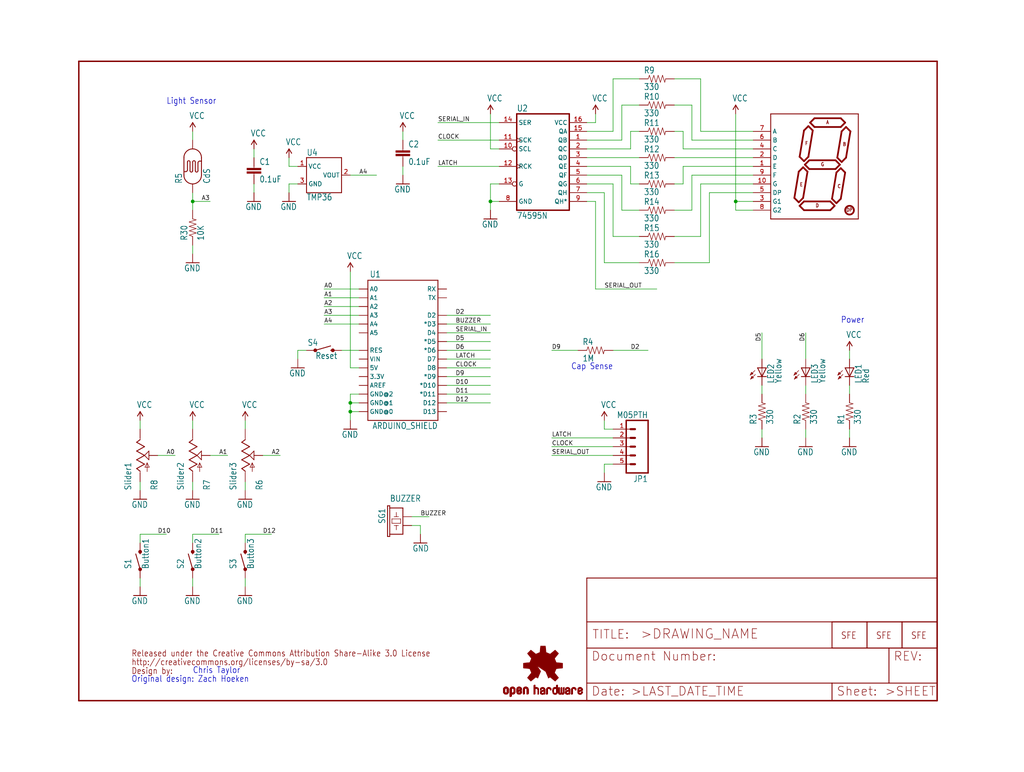
<source format=kicad_sch>
(kicad_sch (version 20211123) (generator eeschema)
  (paper "User" 297.002 223.926)
  (lib_symbols
    (symbol "schematicEagle-eagle-import:7-SEGMENT-DISPLAY-1{dblquote}-RED"
      (symbol "7-SEGMENT-DISPLAY-1{dblquote}-RED_1_0"
        (text "A" (at 0.762 12.192 0) (effects (font (size 1.016 0.8636) (thickness 0.1727) bold) (justify left bottom)))
        (text "B" (at 5.588 5.842 0) (effects (font (size 1.016 0.8636) (thickness 0.1727) bold) (justify left bottom)))
        (text "C" (at 4.064 -6.35 0) (effects (font (size 1.016 0.8636) (thickness 0.1727) bold) (justify left bottom)))
        (text "D" (at -2.286 -11.938 0) (effects (font (size 1.016 0.8636) (thickness 0.1727) bold) (justify left bottom)))
        (text "DP" (at 6.604 -13.208 0) (effects (font (size 1.016 0.8636) (thickness 0.1727) bold) (justify left bottom)))
        (text "E" (at -6.858 -5.842 0) (effects (font (size 1.016 0.8636) (thickness 0.1727) bold) (justify left bottom)))
        (text "F" (at -5.334 6.096 0) (effects (font (size 1.016 0.8636) (thickness 0.1727) bold) (justify left bottom)))
        (text "G" (at -0.762 0 0) (effects (font (size 1.016 0.8636) (thickness 0.1727) bold) (justify left bottom)))
        (pin bidirectional line (at -20.32 0 0) (length 5.08) (name "E") (number "1"))
        (pin bidirectional line (at -20.32 -5.08 0) (length 5.08) (name "G") (number "10"))
        (pin bidirectional line (at -20.32 2.54 0) (length 5.08) (name "D") (number "2"))
        (pin bidirectional line (at -20.32 -10.16 0) (length 5.08) (name "G1") (number "3"))
        (pin bidirectional line (at -20.32 5.08 0) (length 5.08) (name "C") (number "4"))
        (pin bidirectional line (at -20.32 -7.62 0) (length 5.08) (name "DP") (number "5"))
        (pin bidirectional line (at -20.32 7.62 0) (length 5.08) (name "B") (number "6"))
        (pin bidirectional line (at -20.32 10.16 0) (length 5.08) (name "A") (number "7"))
        (pin bidirectional line (at -20.32 -12.7 0) (length 5.08) (name "G2") (number "8"))
        (pin bidirectional line (at -20.32 -2.54 0) (length 5.08) (name "F") (number "9"))
      )
    )
    (symbol "schematicEagle-eagle-import:74595N"
      (property "Reference" "IC" (at -5.08 13.335 0))
      (property "Value" "74595N" (at -5.08 -17.78 0))
      (symbol "74595N_1_0"
        (pin tri_state line (at 15.24 5.08 180) (length 5.08) (name "QB") (number "1"))
        (pin input inverted (at -10.16 2.54 0) (length 5.08) (name "SCL") (number "10"))
        (pin input clock (at -10.16 5.08 0) (length 5.08) (name "SCK") (number "11"))
        (pin input clock (at -10.16 -2.54 0) (length 5.08) (name "RCK") (number "12"))
        (pin input inverted (at -10.16 -7.62 0) (length 5.08) (name "G") (number "13"))
        (pin input line (at -10.16 10.16 0) (length 5.08) (name "SER") (number "14"))
        (pin tri_state line (at 15.24 7.62 180) (length 5.08) (name "QA") (number "15"))
        (pin power_in line (at 15.24 10.16 180) (length 5.08) (name "VCC") (number "16"))
        (pin tri_state line (at 15.24 2.54 180) (length 5.08) (name "QC") (number "2"))
        (pin tri_state line (at 15.24 0 180) (length 5.08) (name "QD") (number "3"))
        (pin tri_state line (at 15.24 -2.54 180) (length 5.08) (name "QE") (number "4"))
        (pin tri_state line (at 15.24 -5.08 180) (length 5.08) (name "QF") (number "5"))
        (pin tri_state line (at 15.24 -7.62 180) (length 5.08) (name "QG") (number "6"))
        (pin tri_state line (at 15.24 -10.16 180) (length 5.08) (name "QH") (number "7"))
        (pin power_in line (at -10.16 -12.7 0) (length 5.08) (name "GND") (number "8"))
        (pin tri_state line (at 15.24 -12.7 180) (length 5.08) (name "QH*") (number "9"))
      )
    )
    (symbol "schematicEagle-eagle-import:ARDUINO_SHIELDNO_SILK"
      (property "Reference" "U" (at -9.652 21.082 0))
      (property "Value" "ARDUINO_SHIELDNO_SILK" (at -8.89 -22.86 0))
      (symbol "ARDUINO_SHIELDNO_SILK_1_0"
        (pin bidirectional line (at -12.7 -7.62 0) (length 2.54) (name "3.3V") (number "3.3V"))
        (pin bidirectional line (at -12.7 -5.08 0) (length 2.54) (name "5V") (number "5V"))
        (pin bidirectional line (at -12.7 17.78 0) (length 2.54) (name "A0") (number "A0"))
        (pin bidirectional line (at -12.7 15.24 0) (length 2.54) (name "A1") (number "A1"))
        (pin bidirectional line (at -12.7 12.7 0) (length 2.54) (name "A2") (number "A2"))
        (pin bidirectional line (at -12.7 10.16 0) (length 2.54) (name "A3") (number "A3"))
        (pin bidirectional line (at -12.7 7.62 0) (length 2.54) (name "A4") (number "A4"))
        (pin bidirectional line (at -12.7 5.08 0) (length 2.54) (name "A5") (number "A5"))
        (pin bidirectional line (at -12.7 -10.16 0) (length 2.54) (name "AREF") (number "AREF"))
        (pin bidirectional line (at 12.7 -10.16 180) (length 2.54) (name "*D10") (number "D10"))
        (pin bidirectional line (at 12.7 -12.7 180) (length 2.54) (name "*D11") (number "D11"))
        (pin bidirectional line (at 12.7 -15.24 180) (length 2.54) (name "D12") (number "D12"))
        (pin bidirectional line (at 12.7 -17.78 180) (length 2.54) (name "D13") (number "D13"))
        (pin bidirectional line (at 12.7 10.16 180) (length 2.54) (name "D2") (number "D2"))
        (pin bidirectional line (at 12.7 7.62 180) (length 2.54) (name "*D3") (number "D3"))
        (pin bidirectional line (at 12.7 5.08 180) (length 2.54) (name "D4") (number "D4"))
        (pin bidirectional line (at 12.7 2.54 180) (length 2.54) (name "*D5") (number "D5"))
        (pin bidirectional line (at 12.7 0 180) (length 2.54) (name "*D6") (number "D6"))
        (pin bidirectional line (at 12.7 -2.54 180) (length 2.54) (name "D7") (number "D7"))
        (pin bidirectional line (at 12.7 -5.08 180) (length 2.54) (name "D8") (number "D8"))
        (pin bidirectional line (at 12.7 -7.62 180) (length 2.54) (name "*D9") (number "D9"))
        (pin bidirectional line (at -12.7 -17.78 0) (length 2.54) (name "GND@0") (number "GND@0"))
        (pin bidirectional line (at -12.7 -15.24 0) (length 2.54) (name "GND@1") (number "GND@1"))
        (pin bidirectional line (at -12.7 -12.7 0) (length 2.54) (name "GND@2") (number "GND@2"))
        (pin bidirectional line (at -12.7 0 0) (length 2.54) (name "RES") (number "RES"))
        (pin bidirectional line (at 12.7 17.78 180) (length 2.54) (name "RX") (number "RX"))
        (pin bidirectional line (at 12.7 15.24 180) (length 2.54) (name "TX") (number "TX"))
        (pin bidirectional line (at -12.7 -2.54 0) (length 2.54) (name "VIN") (number "VIN"))
      )
    )
    (symbol "schematicEagle-eagle-import:BUZZERPTH"
      (property "Reference" "SG" (at -2.54 5.08 0))
      (property "Value" "BUZZERPTH" (at 6.35 0 0))
      (symbol "BUZZERPTH_1_0"
        (pin passive line (at 0 -2.54 90) (length 2.54) (name "1") (number "+"))
        (pin passive line (at 2.54 -2.54 90) (length 2.54) (name "2") (number "-"))
      )
    )
    (symbol "schematicEagle-eagle-import:CAPPTH2"
      (property "Reference" "C" (at 1.524 2.921 0))
      (property "Value" "CAPPTH2" (at 1.524 -2.159 0))
      (symbol "CAPPTH2_1_0"
        (pin passive line (at 0 5.08 270) (length 2.54) (name "1") (number "1"))
        (pin passive line (at 0 -2.54 90) (length 2.54) (name "2") (number "2"))
      )
    )
    (symbol "schematicEagle-eagle-import:CREATIVE_COMMONS"
      (symbol "CREATIVE_COMMONS_1_0"
        (text "Design by:" (at 0 0 0) (effects (font (size 1.778 1.5113)) (justify left bottom)))
        (text "http://creativecommons.org/licenses/by-sa/3.0" (at 0 2.54 0) (effects (font (size 1.778 1.5113)) (justify left bottom)))
        (text "Released under the Creative Commons Attribution Share-Alike 3.0 License" (at 0 5.08 0) (effects (font (size 1.778 1.5113)) (justify left bottom)))
      )
    )
    (symbol "schematicEagle-eagle-import:FRAME-LETTER"
      (symbol "FRAME-LETTER_2_0"
        (text ">DRAWING_NAME" (at 15.494 17.78 0) (effects (font (size 2.7432 2.7432)) (justify left bottom)))
        (text ">LAST_DATE_TIME" (at 12.7 1.27 0) (effects (font (size 2.54 2.54)) (justify left bottom)))
        (text ">SHEET" (at 86.36 1.27 0) (effects (font (size 2.54 2.54)) (justify left bottom)))
        (text "Date:" (at 1.27 1.27 0) (effects (font (size 2.54 2.54)) (justify left bottom)))
        (text "Document Number:" (at 1.27 11.43 0) (effects (font (size 2.54 2.54)) (justify left bottom)))
        (text "REV:" (at 88.9 11.43 0) (effects (font (size 2.54 2.54)) (justify left bottom)))
        (text "Sheet:" (at 72.39 1.27 0) (effects (font (size 2.54 2.54)) (justify left bottom)))
        (text "TITLE:" (at 1.524 17.78 0) (effects (font (size 2.54 2.54)) (justify left bottom)))
      )
    )
    (symbol "schematicEagle-eagle-import:GND" (power)
      (property "Value" "GND" (at -2.54 -2.54 0))
      (symbol "GND_1_0"
        (pin power_in line (at 0 2.54 270) (length 2.54) (name "GND") (number "1"))
      )
    )
    (symbol "schematicEagle-eagle-import:LED5MM"
      (property "Reference" "LED" (at 3.556 -4.572 90))
      (property "Value" "LED5MM" (at 5.715 -4.572 90))
      (symbol "LED5MM_1_0"
        (pin passive line (at 0 2.54 270) (length 2.54) (name "A") (number "A"))
        (pin passive line (at 0 -5.08 90) (length 2.54) (name "C") (number "K"))
      )
    )
    (symbol "schematicEagle-eagle-import:LOGO-SFENEW"
      (symbol "LOGO-SFENEW_1_0"
        (text "SFE" (at 0 0 0) (effects (font (size 1.9304 1.6408)) (justify left bottom)))
      )
    )
    (symbol "schematicEagle-eagle-import:LOGO-SFESK"
      (symbol "LOGO-SFESK_1_0"
        (text "SFE" (at 0 0 0) (effects (font (size 1.9304 1.6408)) (justify left bottom)))
      )
    )
    (symbol "schematicEagle-eagle-import:M05PTH"
      (property "Reference" "JP" (at -2.54 8.382 0))
      (property "Value" "M05PTH" (at -2.54 -10.16 0))
      (symbol "M05PTH_1_0"
        (pin passive line (at 7.62 -5.08 180) (length 5.08) (name "1") (number "1"))
        (pin passive line (at 7.62 -2.54 180) (length 5.08) (name "2") (number "2"))
        (pin passive line (at 7.62 0 180) (length 5.08) (name "3") (number "3"))
        (pin passive line (at 7.62 2.54 180) (length 5.08) (name "4") (number "4"))
        (pin passive line (at 7.62 5.08 180) (length 5.08) (name "5") (number "5"))
      )
    )
    (symbol "schematicEagle-eagle-import:OSHW-LOGOM")
    (symbol "schematicEagle-eagle-import:PHOTOCELLPTH"
      (property "Reference" "R" (at -5.08 3.048 0))
      (property "Value" "PHOTOCELLPTH" (at -5.08 -5.08 0))
      (symbol "PHOTOCELLPTH_1_0"
        (pin bidirectional line (at -7.62 0 0) (length 2.54) (name "P$1") (number "1"))
        (pin bidirectional line (at 7.62 0 180) (length 2.54) (name "P$2") (number "2"))
      )
    )
    (symbol "schematicEagle-eagle-import:RESISTORAXIAL-0.3"
      (property "Reference" "R" (at -3.81 1.4986 0))
      (property "Value" "RESISTORAXIAL-0.3" (at -3.81 -3.302 0))
      (symbol "RESISTORAXIAL-0.3_1_0"
        (pin passive line (at -5.08 0 0) (length 2.54) (name "1") (number "P$1"))
        (pin passive line (at 5.08 0 180) (length 2.54) (name "2") (number "P$2"))
      )
    )
    (symbol "schematicEagle-eagle-import:SLIDER"
      (property "Value" "SLIDER" (at -2.54 -10.16 90))
      (symbol "SLIDER_1_0"
        (pin passive line (at 0 7.62 270) (length 2.54) (name "E") (number "1"))
        (pin passive line (at 5.08 0 180) (length 2.54) (name "S") (number "2A"))
        (pin passive line (at 0 -7.62 90) (length 2.54) (name "A") (number "3"))
      )
    )
    (symbol "schematicEagle-eagle-import:SWITCH-MOMENTARY-212MM"
      (property "Reference" "S" (at -2.54 2.54 0))
      (property "Value" "SWITCH-MOMENTARY-212MM" (at -2.54 -2.54 0))
      (symbol "SWITCH-MOMENTARY-212MM_1_0"
        (pin passive line (at -5.08 0 0) (length 2.54) (name "1") (number "1"))
        (pin passive line (at 5.08 0 180) (length 2.54) (name "2") (number "3"))
      )
    )
    (symbol "schematicEagle-eagle-import:SWITCH-MOMENTARY-2PTH"
      (property "Reference" "S" (at -2.54 2.54 0))
      (property "Value" "SWITCH-MOMENTARY-2PTH" (at -2.54 -2.54 0))
      (symbol "SWITCH-MOMENTARY-2PTH_1_0"
        (pin passive line (at -5.08 0 0) (length 2.54) (name "1") (number "1"))
        (pin passive line (at 5.08 0 180) (length 2.54) (name "2") (number "3"))
      )
    )
    (symbol "schematicEagle-eagle-import:TMP36GT9"
      (property "Reference" "U" (at -5.08 5.588 0))
      (property "Value" "TMP36GT9" (at -5.08 -7.366 0))
      (symbol "TMP36GT9_1_0"
        (pin bidirectional line (at -7.62 2.54 0) (length 2.54) (name "VCC") (number "1"))
        (pin bidirectional line (at 7.62 0 180) (length 2.54) (name "VOUT") (number "2"))
        (pin bidirectional line (at -7.62 -2.54 0) (length 2.54) (name "GND") (number "3"))
      )
    )
    (symbol "schematicEagle-eagle-import:VCC" (power)
      (property "Value" "VCC" (at -1.016 3.556 0))
      (symbol "VCC_1_0"
        (pin power_in line (at 0 0 90) (length 2.54) (name "VCC") (number "1"))
      )
    )
  )
  (junction (at 142.24 58.42))
  (junction (at 55.88 58.42))
  (junction (at 213.36 58.42))
  (junction (at 101.6 116.84))
  (junction (at 101.6 119.38))
  (wire (pts (xy 233.68 127) (xy 233.68 124.46)))
  (wire (pts (xy 73.66 53.34) (xy 73.66 55.88)))
  (wire (pts (xy 129.54 99.06) (xy 142.24 99.06)))
  (wire (pts (xy 71.12 167.64) (xy 71.12 170.18)))
  (wire (pts (xy 246.38 114.3) (xy 246.38 111.76)))
  (wire (pts (xy 218.44 60.96) (xy 213.36 60.96)))
  (wire (pts (xy 144.78 58.42) (xy 142.24 58.42)))
  (wire (pts (xy 180.34 60.96) (xy 185.42 60.96)))
  (wire (pts (xy 142.24 53.34) (xy 142.24 58.42)))
  (wire (pts (xy 213.36 58.42) (xy 213.36 33.02)))
  (wire (pts (xy 40.64 124.46) (xy 40.64 121.92)))
  (wire (pts (xy 220.98 127) (xy 220.98 124.46)))
  (wire (pts (xy 71.12 154.94) (xy 78.74 154.94)))
  (wire (pts (xy 104.14 106.68) (xy 101.6 106.68)))
  (wire (pts (xy 83.82 48.26) (xy 83.82 45.72)))
  (wire (pts (xy 116.84 48.26) (xy 116.84 50.8)))
  (wire (pts (xy 71.12 124.46) (xy 71.12 121.92)))
  (wire (pts (xy 177.8 68.58) (xy 185.42 68.58)))
  (wire (pts (xy 198.12 53.34) (xy 195.58 53.34)))
  (wire (pts (xy 55.88 167.64) (xy 55.88 170.18)))
  (wire (pts (xy 177.8 38.1) (xy 177.8 22.86)))
  (wire (pts (xy 172.72 58.42) (xy 172.72 83.82)))
  (wire (pts (xy 129.54 109.22) (xy 142.24 109.22)))
  (wire (pts (xy 233.68 111.76) (xy 233.68 114.3)))
  (wire (pts (xy 40.64 167.64) (xy 40.64 170.18)))
  (wire (pts (xy 177.8 124.46) (xy 175.26 124.46)))
  (wire (pts (xy 170.18 55.88) (xy 175.26 55.88)))
  (wire (pts (xy 86.36 48.26) (xy 83.82 48.26)))
  (wire (pts (xy 218.44 48.26) (xy 198.12 48.26)))
  (wire (pts (xy 200.66 30.48) (xy 195.58 30.48)))
  (wire (pts (xy 55.88 58.42) (xy 55.88 55.88)))
  (wire (pts (xy 83.82 53.34) (xy 86.36 53.34)))
  (wire (pts (xy 104.14 119.38) (xy 101.6 119.38)))
  (wire (pts (xy 104.14 116.84) (xy 101.6 116.84)))
  (wire (pts (xy 40.64 142.24) (xy 40.64 139.7)))
  (wire (pts (xy 144.78 48.26) (xy 127 48.26)))
  (wire (pts (xy 175.26 137.16) (xy 175.26 134.62)))
  (wire (pts (xy 175.26 134.62) (xy 177.8 134.62)))
  (wire (pts (xy 55.88 154.94) (xy 63.5 154.94)))
  (wire (pts (xy 172.72 35.56) (xy 172.72 33.02)))
  (wire (pts (xy 177.8 132.08) (xy 160.02 132.08)))
  (wire (pts (xy 180.34 50.8) (xy 180.34 60.96)))
  (wire (pts (xy 170.18 53.34) (xy 177.8 53.34)))
  (wire (pts (xy 203.2 53.34) (xy 203.2 68.58)))
  (wire (pts (xy 129.54 106.68) (xy 142.24 106.68)))
  (wire (pts (xy 233.68 104.14) (xy 233.68 96.52)))
  (wire (pts (xy 182.88 38.1) (xy 185.42 38.1)))
  (wire (pts (xy 73.66 43.18) (xy 73.66 45.72)))
  (wire (pts (xy 172.72 83.82) (xy 190.5 83.82)))
  (wire (pts (xy 218.44 55.88) (xy 205.74 55.88)))
  (wire (pts (xy 200.66 60.96) (xy 195.58 60.96)))
  (wire (pts (xy 55.88 124.46) (xy 55.88 121.92)))
  (wire (pts (xy 142.24 58.42) (xy 142.24 60.96)))
  (wire (pts (xy 104.14 86.36) (xy 93.98 86.36)))
  (wire (pts (xy 129.54 96.52) (xy 142.24 96.52)))
  (wire (pts (xy 71.12 154.94) (xy 71.12 157.48)))
  (wire (pts (xy 55.88 38.1) (xy 55.88 40.64)))
  (wire (pts (xy 170.18 45.72) (xy 185.42 45.72)))
  (wire (pts (xy 246.38 127) (xy 246.38 124.46)))
  (wire (pts (xy 142.24 43.18) (xy 142.24 33.02)))
  (wire (pts (xy 170.18 48.26) (xy 182.88 48.26)))
  (wire (pts (xy 170.18 35.56) (xy 172.72 35.56)))
  (wire (pts (xy 187.96 101.6) (xy 177.8 101.6)))
  (wire (pts (xy 55.88 73.66) (xy 55.88 71.12)))
  (wire (pts (xy 40.64 154.94) (xy 48.26 154.94)))
  (wire (pts (xy 213.36 60.96) (xy 213.36 58.42)))
  (wire (pts (xy 246.38 101.6) (xy 246.38 104.14)))
  (wire (pts (xy 203.2 38.1) (xy 203.2 22.86)))
  (wire (pts (xy 121.92 152.4) (xy 121.92 154.94)))
  (wire (pts (xy 175.26 124.46) (xy 175.26 121.92)))
  (wire (pts (xy 180.34 30.48) (xy 185.42 30.48)))
  (wire (pts (xy 104.14 93.98) (xy 93.98 93.98)))
  (wire (pts (xy 104.14 83.82) (xy 93.98 83.82)))
  (wire (pts (xy 170.18 38.1) (xy 177.8 38.1)))
  (wire (pts (xy 83.82 55.88) (xy 83.82 53.34)))
  (wire (pts (xy 129.54 104.14) (xy 142.24 104.14)))
  (wire (pts (xy 88.9 101.6) (xy 86.36 101.6)))
  (wire (pts (xy 170.18 43.18) (xy 182.88 43.18)))
  (wire (pts (xy 101.6 106.68) (xy 101.6 78.74)))
  (wire (pts (xy 55.88 154.94) (xy 55.88 157.48)))
  (wire (pts (xy 198.12 48.26) (xy 198.12 53.34)))
  (wire (pts (xy 205.74 55.88) (xy 205.74 76.2)))
  (wire (pts (xy 104.14 88.9) (xy 93.98 88.9)))
  (wire (pts (xy 101.6 114.3) (xy 101.6 116.84)))
  (wire (pts (xy 76.2 132.08) (xy 81.28 132.08)))
  (wire (pts (xy 218.44 40.64) (xy 200.66 40.64)))
  (wire (pts (xy 218.44 43.18) (xy 198.12 43.18)))
  (wire (pts (xy 129.54 101.6) (xy 142.24 101.6)))
  (wire (pts (xy 55.88 142.24) (xy 55.88 139.7)))
  (wire (pts (xy 144.78 40.64) (xy 127 40.64)))
  (wire (pts (xy 119.38 149.86) (xy 124.46 149.86)))
  (wire (pts (xy 116.84 38.1) (xy 116.84 40.64)))
  (wire (pts (xy 182.88 43.18) (xy 182.88 38.1)))
  (wire (pts (xy 170.18 40.64) (xy 180.34 40.64)))
  (wire (pts (xy 170.18 58.42) (xy 172.72 58.42)))
  (wire (pts (xy 198.12 38.1) (xy 195.58 38.1)))
  (wire (pts (xy 218.44 45.72) (xy 195.58 45.72)))
  (wire (pts (xy 144.78 43.18) (xy 142.24 43.18)))
  (wire (pts (xy 175.26 55.88) (xy 175.26 76.2)))
  (wire (pts (xy 55.88 58.42) (xy 60.96 58.42)))
  (wire (pts (xy 40.64 154.94) (xy 40.64 157.48)))
  (wire (pts (xy 177.8 53.34) (xy 177.8 68.58)))
  (wire (pts (xy 167.64 101.6) (xy 160.02 101.6)))
  (wire (pts (xy 101.6 119.38) (xy 101.6 121.92)))
  (wire (pts (xy 144.78 35.56) (xy 127 35.56)))
  (wire (pts (xy 129.54 116.84) (xy 142.24 116.84)))
  (wire (pts (xy 101.6 116.84) (xy 101.6 119.38)))
  (wire (pts (xy 218.44 53.34) (xy 203.2 53.34)))
  (wire (pts (xy 86.36 101.6) (xy 86.36 104.14)))
  (wire (pts (xy 144.78 53.34) (xy 142.24 53.34)))
  (wire (pts (xy 104.14 101.6) (xy 99.06 101.6)))
  (wire (pts (xy 220.98 114.3) (xy 220.98 111.76)))
  (wire (pts (xy 200.66 50.8) (xy 200.66 60.96)))
  (wire (pts (xy 177.8 127) (xy 160.02 127)))
  (wire (pts (xy 129.54 93.98) (xy 142.24 93.98)))
  (wire (pts (xy 60.96 132.08) (xy 66.04 132.08)))
  (wire (pts (xy 218.44 38.1) (xy 203.2 38.1)))
  (wire (pts (xy 170.18 50.8) (xy 180.34 50.8)))
  (wire (pts (xy 45.72 132.08) (xy 50.8 132.08)))
  (wire (pts (xy 218.44 50.8) (xy 200.66 50.8)))
  (wire (pts (xy 129.54 111.76) (xy 142.24 111.76)))
  (wire (pts (xy 177.8 22.86) (xy 185.42 22.86)))
  (wire (pts (xy 129.54 114.3) (xy 142.24 114.3)))
  (wire (pts (xy 198.12 43.18) (xy 198.12 38.1)))
  (wire (pts (xy 205.74 76.2) (xy 195.58 76.2)))
  (wire (pts (xy 55.88 60.96) (xy 55.88 58.42)))
  (wire (pts (xy 71.12 142.24) (xy 71.12 139.7)))
  (wire (pts (xy 203.2 22.86) (xy 195.58 22.86)))
  (wire (pts (xy 101.6 50.8) (xy 109.22 50.8)))
  (wire (pts (xy 182.88 48.26) (xy 182.88 53.34)))
  (wire (pts (xy 218.44 58.42) (xy 213.36 58.42)))
  (wire (pts (xy 104.14 91.44) (xy 93.98 91.44)))
  (wire (pts (xy 220.98 104.14) (xy 220.98 96.52)))
  (wire (pts (xy 180.34 40.64) (xy 180.34 30.48)))
  (wire (pts (xy 200.66 40.64) (xy 200.66 30.48)))
  (wire (pts (xy 129.54 91.44) (xy 142.24 91.44)))
  (wire (pts (xy 119.38 152.4) (xy 121.92 152.4)))
  (wire (pts (xy 175.26 76.2) (xy 185.42 76.2)))
  (wire (pts (xy 182.88 53.34) (xy 185.42 53.34)))
  (wire (pts (xy 177.8 129.54) (xy 160.02 129.54)))
  (wire (pts (xy 104.14 114.3) (xy 101.6 114.3)))
  (wire (pts (xy 203.2 68.58) (xy 195.58 68.58)))
  (text "Power" (at 243.84 93.98 180) (effects (font (size 1.778 1.5113)) (justify left bottom)))
  (text "Cap Sense" (at 165.608 107.442 180) (effects (font (size 1.778 1.5113)) (justify left bottom)))
  (text "Light Sensor" (at 48.26 30.48 180) (effects (font (size 1.778 1.5113)) (justify left bottom)))
  (text "Chris Taylor" (at 55.88 195.58 180) (effects (font (size 1.778 1.5113)) (justify left bottom)))
  (text "Original design: Zach Hoeken" (at 38.1 198.12 180) (effects (font (size 1.778 1.5113)) (justify left bottom)))
  (label "CLOCK" (at 127 40.64 0) (effects (font (size 1.2446 1.2446))))
  (label "CLOCK" (at 132.08 106.68 0) (effects (font (size 1.2446 1.2446))))
  (label "A2" (at 78.74 132.08 0) (effects (font (size 1.2446 1.2446))))
  (label "SERIAL_OUT" (at 175.26 83.82 0) (effects (font (size 1.2446 1.2446))))
  (label "A1" (at 93.98 86.36 0) (effects (font (size 1.2446 1.2446))))
  (label "SERIAL_IN" (at 127 35.56 0) (effects (font (size 1.2446 1.2446))))
  (label "LATCH" (at 132.08 104.14 0) (effects (font (size 1.2446 1.2446))))
  (label "SERIAL_IN" (at 132.08 96.52 0) (effects (font (size 1.2446 1.2446))))
  (label "A3" (at 58.42 58.42 0) (effects (font (size 1.2446 1.2446))))
  (label "D10" (at 132.08 111.76 0) (effects (font (size 1.2446 1.2446))))
  (label "D2" (at 182.88 101.6 0) (effects (font (size 1.2446 1.2446))))
  (label "D11" (at 132.08 114.3 0) (effects (font (size 1.2446 1.2446))))
  (label "BUZZER" (at 132.08 93.98 0) (effects (font (size 1.2446 1.2446))))
  (label "A4" (at 104.14 50.8 0) (effects (font (size 1.2446 1.2446))))
  (label "A0" (at 48.26 132.08 0) (effects (font (size 1.2446 1.2446))))
  (label "D5" (at 132.08 99.06 0) (effects (font (size 1.2446 1.2446))))
  (label "D12" (at 132.08 116.84 0) (effects (font (size 1.2446 1.2446))))
  (label "A0" (at 93.98 83.82 0) (effects (font (size 1.2446 1.2446))))
  (label "D9" (at 132.08 109.22 0) (effects (font (size 1.2446 1.2446))))
  (label "D6" (at 233.68 99.06 90) (effects (font (size 1.2446 1.2446))))
  (label "A4" (at 93.98 93.98 0) (effects (font (size 1.2446 1.2446))))
  (label "D11" (at 60.96 154.94 0) (effects (font (size 1.2446 1.2446))))
  (label "D6" (at 132.08 101.6 0) (effects (font (size 1.2446 1.2446))))
  (label "LATCH" (at 127 48.26 0) (effects (font (size 1.2446 1.2446))))
  (label "D12" (at 76.2 154.94 0) (effects (font (size 1.2446 1.2446))))
  (label "A1" (at 63.5 132.08 0) (effects (font (size 1.2446 1.2446))))
  (label "SERIAL_OUT" (at 160.02 132.08 0) (effects (font (size 1.2446 1.2446))))
  (label "CLOCK" (at 160.02 129.54 0) (effects (font (size 1.2446 1.2446))))
  (label "D10" (at 45.72 154.94 0) (effects (font (size 1.2446 1.2446))))
  (label "D5" (at 220.98 99.06 90) (effects (font (size 1.2446 1.2446))))
  (label "LATCH" (at 160.02 127 0) (effects (font (size 1.2446 1.2446))))
  (label "A3" (at 93.98 91.44 0) (effects (font (size 1.2446 1.2446))))
  (label "D9" (at 160.02 101.6 0) (effects (font (size 1.2446 1.2446))))
  (label "D2" (at 132.08 91.44 0) (effects (font (size 1.2446 1.2446))))
  (label "BUZZER" (at 121.92 149.86 0) (effects (font (size 1.2446 1.2446))))
  (label "A2" (at 93.98 88.9 0) (effects (font (size 1.2446 1.2446))))
  (symbol (lib_id "schematicEagle-eagle-import:RESISTORAXIAL-0.3") (at 233.68 119.38 90) (unit 1)
    (property "Reference" "R2" (at 232.1814 123.19 0) (effects (font (size 1.778 1.5113)) (justify left bottom)))
    (property "Value" "330" (at 236.982 123.19 0) (effects (font (size 1.778 1.5113)) (justify left bottom)))
    (property "Footprint" "schematicEagle:AXIAL-0.3" (effects hide))
  )
  (symbol (lib_id "schematicEagle-eagle-import:RESISTORAXIAL-0.3") (at 190.5 53.34 0) (unit 1)
    (property "Reference" "R13" (at 186.69 51.8414 0) (effects (font (size 1.778 1.5113)) (justify left bottom)))
    (property "Value" "330" (at 186.69 56.642 0) (effects (font (size 1.778 1.5113)) (justify left bottom)))
    (property "Footprint" "schematicEagle:AXIAL-0.3" (effects hide))
  )
  (symbol (lib_id "schematicEagle-eagle-import:GND") (at 175.26 139.7 0) (unit 1)
    (property "Reference" "#GND11" (effects hide))
    (property "Value" "GND" (at 172.72 142.24 0) (effects (font (size 1.778 1.5113)) (justify left bottom)))
    (property "Footprint" "schematicEagle:" (effects hide))
  )
  (symbol (lib_id "schematicEagle-eagle-import:ARDUINO_SHIELDNO_SILK") (at 116.84 101.6 0) (unit 1)
    (property "Reference" "U1" (at 107.188 80.518 0) (effects (font (size 1.778 1.5113)) (justify left bottom)))
    (property "Value" "ARDUINO_SHIELD" (at 107.95 124.46 0) (effects (font (size 1.778 1.5113)) (justify left bottom)))
    (property "Footprint" "schematicEagle:DUEMILANOVE_VIAS" (effects hide))
  )
  (symbol (lib_id "schematicEagle-eagle-import:VCC") (at 71.12 121.92 0) (unit 1)
    (property "Reference" "#P+1" (effects hide))
    (property "Value" "VCC" (at 70.104 118.364 0) (effects (font (size 1.778 1.5113)) (justify left bottom)))
    (property "Footprint" "schematicEagle:" (effects hide))
  )
  (symbol (lib_id "schematicEagle-eagle-import:LOGO-SFENEW") (at 243.84 185.42 0) (unit 1)
    (property "Reference" "JP3" (effects hide))
    (property "Value" "LOGO-SFENEW" (effects hide))
    (property "Footprint" "schematicEagle:SFE-NEW-WEBLOGO" (effects hide))
  )
  (symbol (lib_id "schematicEagle-eagle-import:RESISTORAXIAL-0.3") (at 55.88 66.04 90) (unit 1)
    (property "Reference" "R30" (at 54.3814 69.85 0) (effects (font (size 1.778 1.5113)) (justify left bottom)))
    (property "Value" "10K" (at 59.182 69.85 0) (effects (font (size 1.778 1.5113)) (justify left bottom)))
    (property "Footprint" "schematicEagle:AXIAL-0.3" (effects hide))
  )
  (symbol (lib_id "schematicEagle-eagle-import:VCC") (at 246.38 101.6 0) (unit 1)
    (property "Reference" "#P+5" (effects hide))
    (property "Value" "VCC" (at 245.364 98.044 0) (effects (font (size 1.778 1.5113)) (justify left bottom)))
    (property "Footprint" "schematicEagle:" (effects hide))
  )
  (symbol (lib_id "schematicEagle-eagle-import:GND") (at 86.36 106.68 0) (unit 1)
    (property "Reference" "#GND18" (effects hide))
    (property "Value" "GND" (at 83.82 109.22 0) (effects (font (size 1.778 1.5113)) (justify left bottom)))
    (property "Footprint" "schematicEagle:" (effects hide))
  )
  (symbol (lib_id "schematicEagle-eagle-import:SLIDER") (at 40.64 132.08 0) (unit 1)
    (property "Reference" "R8" (at 45.72 142.24 90) (effects (font (size 1.778 1.5113)) (justify left bottom)))
    (property "Value" "Slider1" (at 38.1 142.24 90) (effects (font (size 1.778 1.5113)) (justify left bottom)))
    (property "Footprint" "schematicEagle:SLIDER" (effects hide))
  )
  (symbol (lib_id "schematicEagle-eagle-import:LED5MM") (at 233.68 106.68 0) (unit 1)
    (property "Reference" "LED3" (at 237.236 111.252 90) (effects (font (size 1.778 1.5113)) (justify left bottom)))
    (property "Value" "Yellow" (at 239.395 111.252 90) (effects (font (size 1.778 1.5113)) (justify left bottom)))
    (property "Footprint" "schematicEagle:LED5MM" (effects hide))
  )
  (symbol (lib_id "schematicEagle-eagle-import:GND") (at 121.92 157.48 0) (mirror y) (unit 1)
    (property "Reference" "#GND15" (effects hide))
    (property "Value" "GND" (at 124.46 160.02 0) (effects (font (size 1.778 1.5113)) (justify left bottom)))
    (property "Footprint" "schematicEagle:" (effects hide))
  )
  (symbol (lib_id "schematicEagle-eagle-import:SLIDER") (at 71.12 132.08 0) (unit 1)
    (property "Reference" "R6" (at 76.2 142.24 90) (effects (font (size 1.778 1.5113)) (justify left bottom)))
    (property "Value" "Slider3" (at 68.58 142.24 90) (effects (font (size 1.778 1.5113)) (justify left bottom)))
    (property "Footprint" "schematicEagle:SLIDER" (effects hide))
  )
  (symbol (lib_id "schematicEagle-eagle-import:GND") (at 40.64 172.72 0) (unit 1)
    (property "Reference" "#GND12" (effects hide))
    (property "Value" "GND" (at 38.1 175.26 0) (effects (font (size 1.778 1.5113)) (justify left bottom)))
    (property "Footprint" "schematicEagle:" (effects hide))
  )
  (symbol (lib_id "schematicEagle-eagle-import:SWITCH-MOMENTARY-212MM") (at 55.88 162.56 90) (unit 1)
    (property "Reference" "S2" (at 53.34 165.1 0) (effects (font (size 1.778 1.5113)) (justify left bottom)))
    (property "Value" "Button2" (at 58.42 165.1 0) (effects (font (size 1.778 1.5113)) (justify left bottom)))
    (property "Footprint" "schematicEagle:TACTILE-PTH-12MM" (effects hide))
  )
  (symbol (lib_id "schematicEagle-eagle-import:74595N") (at 154.94 45.72 0) (unit 1)
    (property "Reference" "U2" (at 149.86 32.385 0) (effects (font (size 1.778 1.5113)) (justify left bottom)))
    (property "Value" "74595N" (at 149.86 63.5 0) (effects (font (size 1.778 1.5113)) (justify left bottom)))
    (property "Footprint" "schematicEagle:DIL16" (effects hide))
  )
  (symbol (lib_id "schematicEagle-eagle-import:LED5MM") (at 220.98 106.68 0) (unit 1)
    (property "Reference" "LED2" (at 224.536 111.252 90) (effects (font (size 1.778 1.5113)) (justify left bottom)))
    (property "Value" "Yellow" (at 226.695 111.252 90) (effects (font (size 1.778 1.5113)) (justify left bottom)))
    (property "Footprint" "schematicEagle:LED5MM" (effects hide))
  )
  (symbol (lib_id "schematicEagle-eagle-import:GND") (at 55.88 76.2 0) (unit 1)
    (property "Reference" "#GND6" (effects hide))
    (property "Value" "GND" (at 53.34 78.74 0) (effects (font (size 1.778 1.5113)) (justify left bottom)))
    (property "Footprint" "schematicEagle:" (effects hide))
  )
  (symbol (lib_id "schematicEagle-eagle-import:RESISTORAXIAL-0.3") (at 190.5 38.1 0) (unit 1)
    (property "Reference" "R11" (at 186.69 36.6014 0) (effects (font (size 1.778 1.5113)) (justify left bottom)))
    (property "Value" "330" (at 186.69 41.402 0) (effects (font (size 1.778 1.5113)) (justify left bottom)))
    (property "Footprint" "schematicEagle:AXIAL-0.3" (effects hide))
  )
  (symbol (lib_id "schematicEagle-eagle-import:RESISTORAXIAL-0.3") (at 220.98 119.38 90) (unit 1)
    (property "Reference" "R3" (at 219.4814 123.19 0) (effects (font (size 1.778 1.5113)) (justify left bottom)))
    (property "Value" "330" (at 224.282 123.19 0) (effects (font (size 1.778 1.5113)) (justify left bottom)))
    (property "Footprint" "schematicEagle:AXIAL-0.3" (effects hide))
  )
  (symbol (lib_id "schematicEagle-eagle-import:RESISTORAXIAL-0.3") (at 190.5 60.96 0) (unit 1)
    (property "Reference" "R14" (at 186.69 59.4614 0) (effects (font (size 1.778 1.5113)) (justify left bottom)))
    (property "Value" "330" (at 186.69 64.262 0) (effects (font (size 1.778 1.5113)) (justify left bottom)))
    (property "Footprint" "schematicEagle:AXIAL-0.3" (effects hide))
  )
  (symbol (lib_id "schematicEagle-eagle-import:TMP36GT9") (at 93.98 50.8 0) (unit 1)
    (property "Reference" "U4" (at 88.9 45.212 0) (effects (font (size 1.778 1.5113)) (justify left bottom)))
    (property "Value" "TMP36" (at 88.9 58.166 0) (effects (font (size 1.778 1.5113)) (justify left bottom)))
    (property "Footprint" "schematicEagle:TO-92" (effects hide))
  )
  (symbol (lib_id "schematicEagle-eagle-import:CAPPTH2") (at 116.84 45.72 0) (unit 1)
    (property "Reference" "C2" (at 118.364 42.799 0) (effects (font (size 1.778 1.5113)) (justify left bottom)))
    (property "Value" "0.1uF" (at 118.364 47.879 0) (effects (font (size 1.778 1.5113)) (justify left bottom)))
    (property "Footprint" "schematicEagle:CAP-PTH-SMALL2" (effects hide))
  )
  (symbol (lib_id "schematicEagle-eagle-import:VCC") (at 101.6 78.74 0) (unit 1)
    (property "Reference" "#P+4" (effects hide))
    (property "Value" "VCC" (at 100.584 75.184 0) (effects (font (size 1.778 1.5113)) (justify left bottom)))
    (property "Footprint" "schematicEagle:" (effects hide))
  )
  (symbol (lib_id "schematicEagle-eagle-import:FRAME-LETTER") (at 22.86 203.2 0) (unit 1)
    (property "Reference" "#FRAME1" (effects hide))
    (property "Value" "FRAME-LETTER" (effects hide))
    (property "Footprint" "schematicEagle:" (effects hide))
  )
  (symbol (lib_id "schematicEagle-eagle-import:GND") (at 246.38 129.54 0) (unit 1)
    (property "Reference" "#GND5" (effects hide))
    (property "Value" "GND" (at 243.84 132.08 0) (effects (font (size 1.778 1.5113)) (justify left bottom)))
    (property "Footprint" "schematicEagle:" (effects hide))
  )
  (symbol (lib_id "schematicEagle-eagle-import:VCC") (at 83.82 45.72 0) (unit 1)
    (property "Reference" "#P+7" (effects hide))
    (property "Value" "VCC" (at 82.804 42.164 0) (effects (font (size 1.778 1.5113)) (justify left bottom)))
    (property "Footprint" "schematicEagle:" (effects hide))
  )
  (symbol (lib_id "schematicEagle-eagle-import:OSHW-LOGOM") (at 157.48 193.04 0) (unit 1)
    (property "Reference" "U$2" (effects hide))
    (property "Value" "OSHW-LOGOM" (effects hide))
    (property "Footprint" "schematicEagle:OSHW-LOGO-M" (effects hide))
  )
  (symbol (lib_id "schematicEagle-eagle-import:GND") (at 71.12 172.72 0) (unit 1)
    (property "Reference" "#GND14" (effects hide))
    (property "Value" "GND" (at 68.58 175.26 0) (effects (font (size 1.778 1.5113)) (justify left bottom)))
    (property "Footprint" "schematicEagle:" (effects hide))
  )
  (symbol (lib_id "schematicEagle-eagle-import:GND") (at 116.84 53.34 0) (unit 1)
    (property "Reference" "#GND10" (effects hide))
    (property "Value" "GND" (at 114.3 55.88 0) (effects (font (size 1.778 1.5113)) (justify left bottom)))
    (property "Footprint" "schematicEagle:" (effects hide))
  )
  (symbol (lib_id "schematicEagle-eagle-import:LED5MM") (at 246.38 106.68 0) (unit 1)
    (property "Reference" "LED1" (at 249.936 111.252 90) (effects (font (size 1.778 1.5113)) (justify left bottom)))
    (property "Value" "Red" (at 252.095 111.252 90) (effects (font (size 1.778 1.5113)) (justify left bottom)))
    (property "Footprint" "schematicEagle:LED5MM" (effects hide))
  )
  (symbol (lib_id "schematicEagle-eagle-import:GND") (at 73.66 58.42 0) (unit 1)
    (property "Reference" "#GND8" (effects hide))
    (property "Value" "GND" (at 71.12 60.96 0) (effects (font (size 1.778 1.5113)) (justify left bottom)))
    (property "Footprint" "schematicEagle:" (effects hide))
  )
  (symbol (lib_id "schematicEagle-eagle-import:GND") (at 233.68 129.54 0) (unit 1)
    (property "Reference" "#GND17" (effects hide))
    (property "Value" "GND" (at 231.14 132.08 0) (effects (font (size 1.778 1.5113)) (justify left bottom)))
    (property "Footprint" "schematicEagle:" (effects hide))
  )
  (symbol (lib_id "schematicEagle-eagle-import:GND") (at 101.6 124.46 0) (unit 1)
    (property "Reference" "#GND4" (effects hide))
    (property "Value" "GND" (at 99.06 127 0) (effects (font (size 1.778 1.5113)) (justify left bottom)))
    (property "Footprint" "schematicEagle:" (effects hide))
  )
  (symbol (lib_id "schematicEagle-eagle-import:VCC") (at 142.24 33.02 0) (unit 1)
    (property "Reference" "#P+8" (effects hide))
    (property "Value" "VCC" (at 141.224 29.464 0) (effects (font (size 1.778 1.5113)) (justify left bottom)))
    (property "Footprint" "schematicEagle:" (effects hide))
  )
  (symbol (lib_id "schematicEagle-eagle-import:RESISTORAXIAL-0.3") (at 246.38 119.38 90) (unit 1)
    (property "Reference" "R1" (at 244.8814 123.19 0) (effects (font (size 1.778 1.5113)) (justify left bottom)))
    (property "Value" "330" (at 249.682 123.19 0) (effects (font (size 1.778 1.5113)) (justify left bottom)))
    (property "Footprint" "schematicEagle:AXIAL-0.3" (effects hide))
  )
  (symbol (lib_id "schematicEagle-eagle-import:GND") (at 55.88 172.72 0) (unit 1)
    (property "Reference" "#GND13" (effects hide))
    (property "Value" "GND" (at 53.34 175.26 0) (effects (font (size 1.778 1.5113)) (justify left bottom)))
    (property "Footprint" "schematicEagle:" (effects hide))
  )
  (symbol (lib_id "schematicEagle-eagle-import:M05PTH") (at 185.42 129.54 180) (unit 1)
    (property "Reference" "JP1" (at 187.96 137.922 0) (effects (font (size 1.778 1.5113)) (justify left bottom)))
    (property "Value" "M05PTH" (at 187.96 119.38 0) (effects (font (size 1.778 1.5113)) (justify left bottom)))
    (property "Footprint" "schematicEagle:1X05" (effects hide))
  )
  (symbol (lib_id "schematicEagle-eagle-import:7-SEGMENT-DISPLAY-1{dblquote}-RED") (at 238.76 48.26 0) (unit 1)
    (property "Reference" "U6" (effects hide))
    (property "Value" "7-SEGMENT-DISPLAY-1{dblquote}-RED" (effects hide))
    (property "Footprint" "schematicEagle:7-SEGMENT-1_PTH" (effects hide))
  )
  (symbol (lib_id "schematicEagle-eagle-import:VCC") (at 73.66 43.18 0) (unit 1)
    (property "Reference" "#P+10" (effects hide))
    (property "Value" "VCC" (at 72.644 39.624 0) (effects (font (size 1.778 1.5113)) (justify left bottom)))
    (property "Footprint" "schematicEagle:" (effects hide))
  )
  (symbol (lib_id "schematicEagle-eagle-import:SLIDER") (at 55.88 132.08 0) (unit 1)
    (property "Reference" "R7" (at 60.96 142.24 90) (effects (font (size 1.778 1.5113)) (justify left bottom)))
    (property "Value" "Slider2" (at 53.34 142.24 90) (effects (font (size 1.778 1.5113)) (justify left bottom)))
    (property "Footprint" "schematicEagle:SLIDER" (effects hide))
  )
  (symbol (lib_id "schematicEagle-eagle-import:VCC") (at 55.88 38.1 0) (unit 1)
    (property "Reference" "#P+6" (effects hide))
    (property "Value" "VCC" (at 54.864 34.544 0) (effects (font (size 1.778 1.5113)) (justify left bottom)))
    (property "Footprint" "schematicEagle:" (effects hide))
  )
  (symbol (lib_id "schematicEagle-eagle-import:RESISTORAXIAL-0.3") (at 190.5 68.58 0) (unit 1)
    (property "Reference" "R15" (at 186.69 67.0814 0) (effects (font (size 1.778 1.5113)) (justify left bottom)))
    (property "Value" "330" (at 186.69 71.882 0) (effects (font (size 1.778 1.5113)) (justify left bottom)))
    (property "Footprint" "schematicEagle:AXIAL-0.3" (effects hide))
  )
  (symbol (lib_id "schematicEagle-eagle-import:GND") (at 83.82 58.42 0) (unit 1)
    (property "Reference" "#GND7" (effects hide))
    (property "Value" "GND" (at 81.28 60.96 0) (effects (font (size 1.778 1.5113)) (justify left bottom)))
    (property "Footprint" "schematicEagle:" (effects hide))
  )
  (symbol (lib_id "schematicEagle-eagle-import:CAPPTH2") (at 73.66 50.8 0) (unit 1)
    (property "Reference" "C1" (at 75.184 47.879 0) (effects (font (size 1.778 1.5113)) (justify left bottom)))
    (property "Value" "0.1uF" (at 75.184 52.959 0) (effects (font (size 1.778 1.5113)) (justify left bottom)))
    (property "Footprint" "schematicEagle:CAP-PTH-SMALL2" (effects hide))
  )
  (symbol (lib_id "schematicEagle-eagle-import:FRAME-LETTER") (at 170.18 203.2 0) (unit 2)
    (property "Reference" "#FRAME1" (effects hide))
    (property "Value" "FRAME-LETTER" (effects hide))
    (property "Footprint" "schematicEagle:" (effects hide))
  )
  (symbol (lib_id "schematicEagle-eagle-import:GND") (at 40.64 144.78 0) (unit 1)
    (property "Reference" "#GND3" (effects hide))
    (property "Value" "GND" (at 38.1 147.32 0) (effects (font (size 1.778 1.5113)) (justify left bottom)))
    (property "Footprint" "schematicEagle:" (effects hide))
  )
  (symbol (lib_id "schematicEagle-eagle-import:RESISTORAXIAL-0.3") (at 172.72 101.6 0) (unit 1)
    (property "Reference" "R4" (at 168.91 100.1014 0) (effects (font (size 1.778 1.5113)) (justify left bottom)))
    (property "Value" "1M" (at 168.91 104.902 0) (effects (font (size 1.778 1.5113)) (justify left bottom)))
    (property "Footprint" "schematicEagle:AXIAL-0.3" (effects hide))
  )
  (symbol (lib_id "schematicEagle-eagle-import:GND") (at 220.98 129.54 0) (unit 1)
    (property "Reference" "#GND16" (effects hide))
    (property "Value" "GND" (at 218.44 132.08 0) (effects (font (size 1.778 1.5113)) (justify left bottom)))
    (property "Footprint" "schematicEagle:" (effects hide))
  )
  (symbol (lib_id "schematicEagle-eagle-import:VCC") (at 40.64 121.92 0) (unit 1)
    (property "Reference" "#P+3" (effects hide))
    (property "Value" "VCC" (at 39.624 118.364 0) (effects (font (size 1.778 1.5113)) (justify left bottom)))
    (property "Footprint" "schematicEagle:" (effects hide))
  )
  (symbol (lib_id "schematicEagle-eagle-import:GND") (at 55.88 144.78 0) (unit 1)
    (property "Reference" "#GND2" (effects hide))
    (property "Value" "GND" (at 53.34 147.32 0) (effects (font (size 1.778 1.5113)) (justify left bottom)))
    (property "Footprint" "schematicEagle:" (effects hide))
  )
  (symbol (lib_id "schematicEagle-eagle-import:VCC") (at 175.26 121.92 0) (unit 1)
    (property "Reference" "#P+9" (effects hide))
    (property "Value" "VCC" (at 174.244 118.364 0) (effects (font (size 1.778 1.5113)) (justify left bottom)))
    (property "Footprint" "schematicEagle:" (effects hide))
  )
  (symbol (lib_id "schematicEagle-eagle-import:GND") (at 142.24 63.5 0) (unit 1)
    (property "Reference" "#GND9" (effects hide))
    (property "Value" "GND" (at 139.7 66.04 0) (effects (font (size 1.778 1.5113)) (justify left bottom)))
    (property "Footprint" "schematicEagle:" (effects hide))
  )
  (symbol (lib_id "schematicEagle-eagle-import:BUZZERPTH") (at 116.84 149.86 90) (mirror x) (unit 1)
    (property "Reference" "SG1" (at 111.76 147.32 0) (effects (font (size 1.778 1.5113)) (justify left bottom)))
    (property "Value" "BUZZER" (at 113.03 145.542 90) (effects (font (size 1.778 1.5113)) (justify right bottom)))
    (property "Footprint" "schematicEagle:BUZZER-12MM" (effects hide))
  )
  (symbol (lib_id "schematicEagle-eagle-import:RESISTORAXIAL-0.3") (at 190.5 45.72 0) (unit 1)
    (property "Reference" "R12" (at 186.69 44.2214 0) (effects (font (size 1.778 1.5113)) (justify left bottom)))
    (property "Value" "330" (at 186.69 49.022 0) (effects (font (size 1.778 1.5113)) (justify left bottom)))
    (property "Footprint" "schematicEagle:AXIAL-0.3" (effects hide))
  )
  (symbol (lib_id "schematicEagle-eagle-import:GND") (at 71.12 144.78 0) (unit 1)
    (property "Reference" "#GND1" (effects hide))
    (property "Value" "GND" (at 68.58 147.32 0) (effects (font (size 1.778 1.5113)) (justify left bottom)))
    (property "Footprint" "schematicEagle:" (effects hide))
  )
  (symbol (lib_id "schematicEagle-eagle-import:LOGO-SFENEW") (at 254 185.42 0) (unit 1)
    (property "Reference" "JP2" (effects hide))
    (property "Value" "LOGO-SFENEW" (effects hide))
    (property "Footprint" "schematicEagle:SFE-NEW-WEBLOGO" (effects hide))
  )
  (symbol (lib_id "schematicEagle-eagle-import:SWITCH-MOMENTARY-212MM") (at 71.12 162.56 90) (unit 1)
    (property "Reference" "S3" (at 68.58 165.1 0) (effects (font (size 1.778 1.5113)) (justify left bottom)))
    (property "Value" "Button3" (at 73.66 165.1 0) (effects (font (size 1.778 1.5113)) (justify left bottom)))
    (property "Footprint" "schematicEagle:TACTILE-PTH-12MM" (effects hide))
  )
  (symbol (lib_id "schematicEagle-eagle-import:VCC") (at 116.84 38.1 0) (unit 1)
    (property "Reference" "#P+11" (effects hide))
    (property "Value" "VCC" (at 115.824 34.544 0) (effects (font (size 1.778 1.5113)) (justify left bottom)))
    (property "Footprint" "schematicEagle:" (effects hide))
  )
  (symbol (lib_id "schematicEagle-eagle-import:RESISTORAXIAL-0.3") (at 190.5 76.2 0) (unit 1)
    (property "Reference" "R16" (at 186.69 74.7014 0) (effects (font (size 1.778 1.5113)) (justify left bottom)))
    (property "Value" "330" (at 186.69 79.502 0) (effects (font (size 1.778 1.5113)) (justify left bottom)))
    (property "Footprint" "schematicEagle:AXIAL-0.3" (effects hide))
  )
  (symbol (lib_id "schematicEagle-eagle-import:SWITCH-MOMENTARY-212MM") (at 40.64 162.56 90) (unit 1)
    (property "Reference" "S1" (at 38.1 165.1 0) (effects (font (size 1.778 1.5113)) (justify left bottom)))
    (property "Value" "Button1" (at 43.18 165.1 0) (effects (font (size 1.778 1.5113)) (justify left bottom)))
    (property "Footprint" "schematicEagle:TACTILE-PTH-12MM" (effects hide))
  )
  (symbol (lib_id "schematicEagle-eagle-import:SWITCH-MOMENTARY-2PTH") (at 93.98 101.6 0) (unit 1)
    (property "Reference" "S4" (at 89.154 100.33 0) (effects (font (size 1.778 1.5113)) (justify left bottom)))
    (property "Value" "Reset" (at 91.44 104.14 0) (effects (font (size 1.778 1.5113)) (justify left bottom)))
    (property "Footprint" "schematicEagle:TACTILE-PTH" (effects hide))
  )
  (symbol (lib_id "schematicEagle-eagle-import:RESISTORAXIAL-0.3") (at 190.5 30.48 0) (unit 1)
    (property "Reference" "R10" (at 186.69 28.9814 0) (effects (font (size 1.778 1.5113)) (justify left bottom)))
    (property "Value" "330" (at 186.69 33.782 0) (effects (font (size 1.778 1.5113)) (justify left bottom)))
    (property "Footprint" "schematicEagle:AXIAL-0.3" (effects hide))
  )
  (symbol (lib_id "schematicEagle-eagle-import:VCC") (at 172.72 33.02 0) (unit 1)
    (property "Reference" "#P+12" (effects hide))
    (property "Value" "VCC" (at 171.704 29.464 0) (effects (font (size 1.778 1.5113)) (justify left bottom)))
    (property "Footprint" "schematicEagle:" (effects hide))
  )
  (symbol (lib_id "schematicEagle-eagle-import:CREATIVE_COMMONS") (at 38.1 195.58 0) (unit 1)
    (property "Reference" "U$1" (effects hide))
    (property "Value" "CREATIVE_COMMONS" (effects hide))
    (property "Footprint" "schematicEagle:CREATIVE_COMMONS" (effects hide))
  )
  (symbol (lib_id "schematicEagle-eagle-import:VCC") (at 55.88 121.92 0) (unit 1)
    (property "Reference" "#P+2" (effects hide))
    (property "Value" "VCC" (at 54.864 118.364 0) (effects (font (size 1.778 1.5113)) (justify left bottom)))
    (property "Footprint" "schematicEagle:" (effects hide))
  )
  (symbol (lib_id "schematicEagle-eagle-import:PHOTOCELLPTH") (at 55.88 48.26 90) (unit 1)
    (property "Reference" "R5" (at 52.832 53.34 0) (effects (font (size 1.778 1.5113)) (justify left bottom)))
    (property "Value" "CdS" (at 60.96 53.34 0) (effects (font (size 1.778 1.5113)) (justify left bottom)))
    (property "Footprint" "schematicEagle:PHOTOCELL" (effects hide))
  )
  (symbol (lib_id "schematicEagle-eagle-import:LOGO-SFESK") (at 264.16 185.42 0) (unit 1)
    (property "Reference" "JP5" (effects hide))
    (property "Value" "LOGO-SFESK" (effects hide))
    (property "Footprint" "schematicEagle:SFE-LOGO-FLAME" (effects hide))
  )
  (symbol (lib_id "schematicEagle-eagle-import:RESISTORAXIAL-0.3") (at 190.5 22.86 0) (unit 1)
    (property "Reference" "R9" (at 186.69 21.3614 0) (effects (font (size 1.778 1.5113)) (justify left bottom)))
    (property "Value" "330" (at 186.69 26.162 0) (effects (font (size 1.778 1.5113)) (justify left bottom)))
    (property "Footprint" "schematicEagle:AXIAL-0.3" (effects hide))
  )
  (symbol (lib_id "schematicEagle-eagle-import:VCC") (at 213.36 33.02 0) (unit 1)
    (property "Reference" "#P+13" (effects hide))
    (property "Value" "VCC" (at 212.344 29.464 0) (effects (font (size 1.778 1.5113)) (justify left bottom)))
    (property "Footprint" "schematicEagle:" (effects hide))
  )
)
</source>
